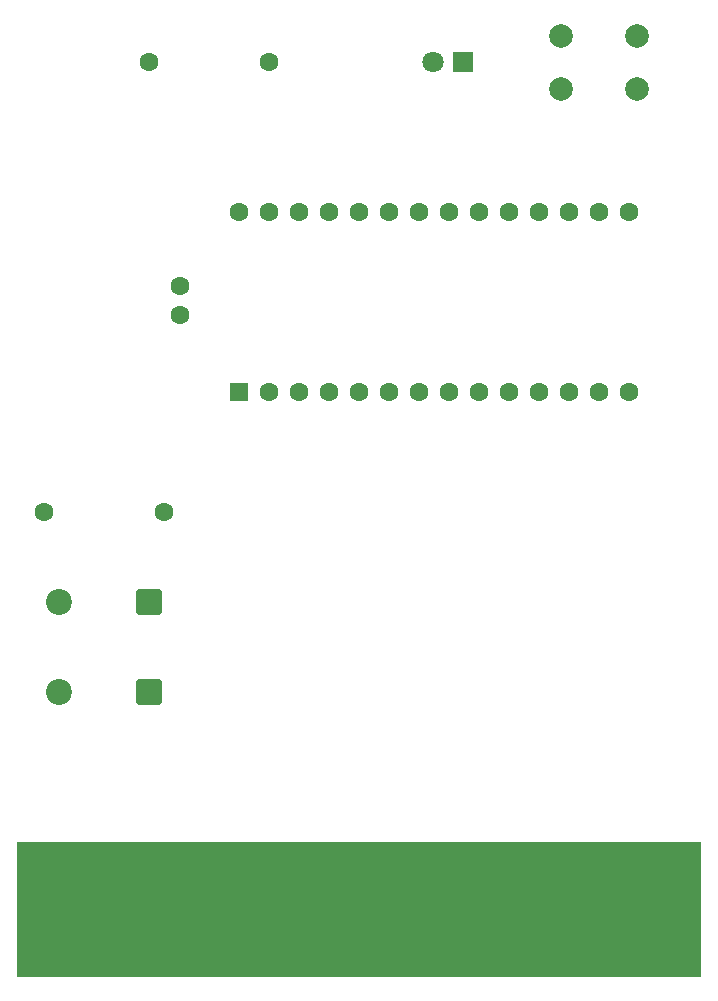
<source format=gbs>
%TF.GenerationSoftware,KiCad,Pcbnew,9.0.5-1.fc42*%
%TF.CreationDate,2025-11-09T17:28:59+08:00*%
%TF.ProjectId,JACC64-16K,4a414343-3634-42d3-9136-4b2e6b696361,rev?*%
%TF.SameCoordinates,Original*%
%TF.FileFunction,Soldermask,Bot*%
%TF.FilePolarity,Negative*%
%FSLAX46Y46*%
G04 Gerber Fmt 4.6, Leading zero omitted, Abs format (unit mm)*
G04 Created by KiCad (PCBNEW 9.0.5-1.fc42) date 2025-11-09 17:28:59*
%MOMM*%
%LPD*%
G01*
G04 APERTURE LIST*
G04 Aperture macros list*
%AMRoundRect*
0 Rectangle with rounded corners*
0 $1 Rounding radius*
0 $2 $3 $4 $5 $6 $7 $8 $9 X,Y pos of 4 corners*
0 Add a 4 corners polygon primitive as box body*
4,1,4,$2,$3,$4,$5,$6,$7,$8,$9,$2,$3,0*
0 Add four circle primitives for the rounded corners*
1,1,$1+$1,$2,$3*
1,1,$1+$1,$4,$5*
1,1,$1+$1,$6,$7*
1,1,$1+$1,$8,$9*
0 Add four rect primitives between the rounded corners*
20,1,$1+$1,$2,$3,$4,$5,0*
20,1,$1+$1,$4,$5,$6,$7,0*
20,1,$1+$1,$6,$7,$8,$9,0*
20,1,$1+$1,$8,$9,$2,$3,0*%
G04 Aperture macros list end*
%ADD10C,0.000000*%
%ADD11RoundRect,0.249999X0.850001X0.850001X-0.850001X0.850001X-0.850001X-0.850001X0.850001X-0.850001X0*%
%ADD12C,2.200000*%
%ADD13C,2.000000*%
%ADD14C,1.600000*%
%ADD15R,1.800000X1.800000*%
%ADD16C,1.800000*%
%ADD17RoundRect,0.250000X0.550000X-0.550000X0.550000X0.550000X-0.550000X0.550000X-0.550000X-0.550000X0*%
G04 APERTURE END LIST*
D10*
%TO.C,CN1*%
G36*
X171196000Y-140970000D02*
G01*
X113284000Y-140970000D01*
X113284000Y-129540000D01*
X171196000Y-129540000D01*
X171196000Y-140970000D01*
G37*
%TD*%
D11*
%TO.C,D1*%
X124460000Y-109220000D03*
D12*
X116840000Y-109220000D03*
%TD*%
D13*
%TO.C,SW1*%
X165810000Y-65750000D03*
X159310000Y-65750000D03*
X165810000Y-61250000D03*
X159310000Y-61250000D03*
%TD*%
D14*
%TO.C,R2*%
X124460000Y-63500000D03*
X134620000Y-63500000D03*
%TD*%
%TO.C,C1*%
X127075800Y-82411100D03*
X127075800Y-84911100D03*
%TD*%
%TO.C,R1*%
X115570000Y-101600000D03*
X125730000Y-101600000D03*
%TD*%
D15*
%TO.C,D3*%
X151075944Y-63500000D03*
D16*
X148535944Y-63500000D03*
%TD*%
D11*
%TO.C,D2*%
X124460000Y-116840000D03*
D12*
X116840000Y-116840000D03*
%TD*%
D17*
%TO.C,U1*%
X132080000Y-91440000D03*
D14*
X134620000Y-91440000D03*
X137160000Y-91440000D03*
X139700000Y-91440000D03*
X142240000Y-91440000D03*
X144780000Y-91440000D03*
X147320000Y-91440000D03*
X149860000Y-91440000D03*
X152400000Y-91440000D03*
X154940000Y-91440000D03*
X157480000Y-91440000D03*
X160020000Y-91440000D03*
X162560000Y-91440000D03*
X165100000Y-91440000D03*
X165100000Y-76200000D03*
X162560000Y-76200000D03*
X160020000Y-76200000D03*
X157480000Y-76200000D03*
X154940000Y-76200000D03*
X152400000Y-76200000D03*
X149860000Y-76200000D03*
X147320000Y-76200000D03*
X144780000Y-76200000D03*
X142240000Y-76200000D03*
X139700000Y-76200000D03*
X137160000Y-76200000D03*
X134620000Y-76200000D03*
X132080000Y-76200000D03*
%TD*%
M02*

</source>
